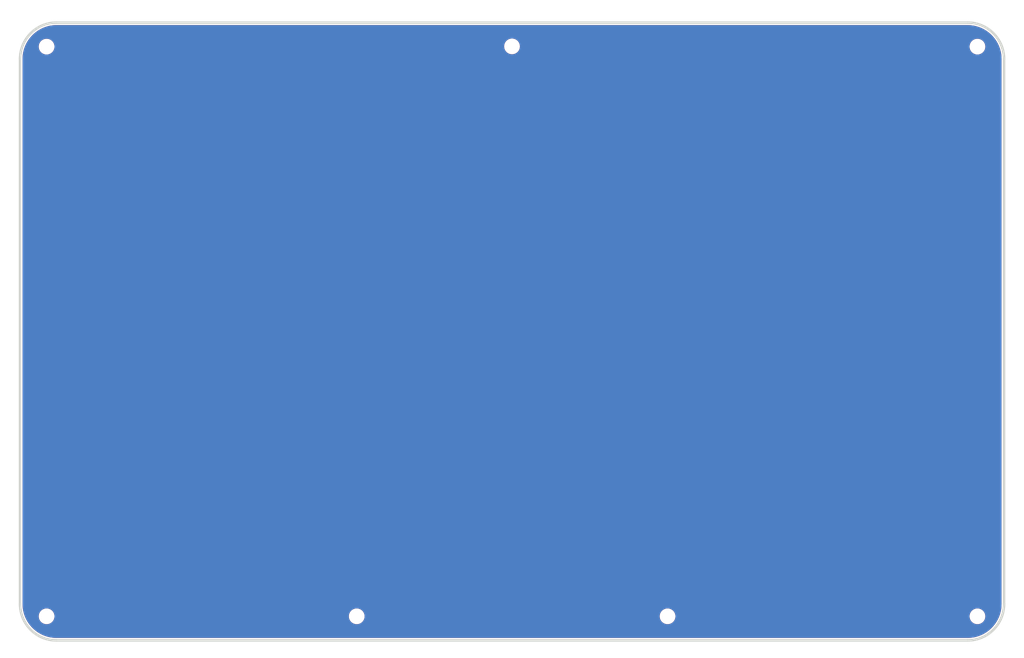
<source format=kicad_pcb>
(kicad_pcb (version 20211014) (generator pcbnew)
  (layers (0 "F.Cu" signal) (31 "B.Cu" signal) (34 "B.Paste" user) (35 "F.Paste" user) (36 "B.SilkS" user "B.Silkscreen") (37 "F.SilkS" user "F.Silkscreen") (38 "B.Mask" user) (39 "F.Mask" user) (44 "Edge.Cuts" user))
  (net 0 "")
  (net 1 "GND")
  (footprint "MountingHole:MountingHole_2.2mm_M2" (layer "F.Cu") (at 32.1 147.5)
    (fp_text reference "REF**" hide)
    (fp_text value "MountingHole_2.2mm_M2")
    (pad "" np_thru_hole circle (at 0 0) (size 2.2 2.2) (drill 2.2) (layers *.Cu *.Mask))
  )
  (footprint "MountingHole:MountingHole_2.2mm_M2" (layer "F.Cu") (at 32.1 31.5)
    (fp_text reference "REF**" hide)
    (fp_text value "MountingHole_2.2mm_M2")
    (pad "" np_thru_hole circle (at 0 0) (size 2.2 2.2) (drill 2.2) (layers *.Cu *.Mask))
  )
  (footprint "MountingHole:MountingHole_2.2mm_M2" (layer "F.Cu") (at 126.8 31.45)
    (fp_text reference "REF**" hide)
    (fp_text value "MountingHole_2.2mm_M2")
    (pad "" np_thru_hole circle (at 0 0) (size 2.2 2.2) (drill 2.2) (layers *.Cu *.Mask))
  )
  (footprint "MountingHole:MountingHole_2.2mm_M2" (layer "F.Cu") (at 95.2 147.5)
    (fp_text reference "REF**" hide)
    (fp_text value "MountingHole_2.2mm_M2")
    (pad "" np_thru_hole circle (at 0 0) (size 2.2 2.2) (drill 2.2) (layers *.Cu *.Mask))
  )
  (footprint "MountingHole:MountingHole_2.2mm_M2" (layer "F.Cu") (at 221.5 31.5)
    (fp_text reference "REF**" hide)
    (fp_text value "MountingHole_2.2mm_M2")
    (pad "" np_thru_hole circle (at 0 0) (size 2.2 2.2) (drill 2.2) (layers *.Cu *.Mask))
  )
  (footprint "MountingHole:MountingHole_2.2mm_M2" (layer "F.Cu") (at 158.45 147.5)
    (fp_text reference "REF**" hide)
    (fp_text value "MountingHole_2.2mm_M2")
    (pad "" np_thru_hole circle (at 0 0) (size 2.2 2.2) (drill 2.2) (layers *.Cu *.Mask))
  )
  (footprint "MountingHole:MountingHole_2.2mm_M2" (layer "F.Cu") (at 221.5 147.5)
    (fp_text reference "REF**" hide)
    (fp_text value "MountingHole_2.2mm_M2")
    (pad "" np_thru_hole circle (at 0 0) (size 2.2 2.2) (drill 2.2) (layers *.Cu *.Mask))
  )
  (gr_line (start 28.624555 149.972586) (end 28.87 150.23) (layer "Edge.Cuts") (width 0.508))
  (gr_line (start 221.706007 26.942092) (end 221.354673 26.842122) (layer "Edge.Cuts") (width 0.508))
  (gr_line (start 226.679897 146.84321) (end 226.762742 146.485063) (layer "Edge.Cuts") (width 0.508))
  (gr_line (start 226.181954 30.807595) (end 226.01817 30.488204) (layer "Edge.Cuts") (width 0.508))
  (gr_line (start 226.913492 144.993714) (end 226.913492 34.016861) (layer "Edge.Cuts") (width 0.508))
  (gr_line (start 30.577629 27.503849) (end 30.267396 27.682415) (layer "Edge.Cuts") (width 0.508))
  (gr_line (start 223.935176 150.928545) (end 224.215123 150.708445) (layer "Edge.Cuts") (width 0.508))
  (gr_line (start 220.261662 26.646839) (end 219.885884 26.618183) (layer "Edge.Cuts") (width 0.508))
  (gr_line (start 225.219904 149.703663) (end 225.440003 149.423715) (layer "Edge.Cuts") (width 0.508))
  (gr_line (start 31.2251 151.819035) (end 31.561399 151.951849) (layer "Edge.Cuts") (width 0.508))
  (gr_line (start 225.646726 29.877365) (end 225.440003 29.586853) (layer "Edge.Cuts") (width 0.508))
  (gr_line (start 226.827992 32.889998) (end 226.762742 32.525505) (layer "Edge.Cuts") (width 0.508))
  (gr_line (start 27.593281 30.488198) (end 27.429497 30.807589) (layer "Edge.Cuts") (width 0.508))
  (gr_line (start 27.148149 31.471968) (end 27.031523 31.816019) (layer "Edge.Cuts") (width 0.508))
  (gr_line (start 26.931553 146.84322) (end 27.031523 147.194554) (layer "Edge.Cuts") (width 0.508))
  (gr_line (start 32.256784 26.842121) (end 31.90545 26.942091) (layer "Edge.Cuts") (width 0.508))
  (gr_line (start 29.127415 150.475445) (end 29.396331 150.708451) (layer "Edge.Cuts") (width 0.508))
  (gr_line (start 28.624555 29.037983) (end 28.391549 29.306899) (layer "Edge.Cuts") (width 0.508))
  (gr_line (start 224.741453 150.229993) (end 224.986898 149.972579) (layer "Edge.Cuts") (width 0.508))
  (gr_line (start 27.031523 31.816019) (end 26.931553 32.167353) (layer "Edge.Cuts") (width 0.508))
  (gr_line (start 226.579928 31.816024) (end 226.463302 31.471973) (layer "Edge.Cuts") (width 0.508))
  (gr_line (start 226.679897 32.167358) (end 226.579928 31.816024) (layer "Edge.Cuts") (width 0.508))
  (gr_line (start 225.219904 29.306905) (end 224.986898 29.037989) (layer "Edge.Cuts") (width 0.508))
  (gr_line (start 220.632032 26.694027) (end 220.261662 26.646839) (layer "Edge.Cuts") (width 0.508))
  (gr_line (start 33.349796 26.646838) (end 32.979425 26.694026) (layer "Edge.Cuts") (width 0.508))
  (gr_line (start 226.762742 32.525505) (end 226.679897 32.167358) (layer "Edge.Cuts") (width 0.508))
  (gr_line (start 221.706007 152.068473) (end 222.050057 151.951847) (layer "Edge.Cuts") (width 0.508))
  (gr_line (start 224.986898 29.037989) (end 224.741453 28.780574) (layer "Edge.Cuts") (width 0.508))
  (gr_line (start 222.386357 27.191534) (end 222.050057 27.058719) (layer "Edge.Cuts") (width 0.508))
  (gr_line (start 34.106292 152.402039) (end 219.505152 152.402039) (layer "Edge.Cuts") (width 0.508))
  (gr_line (start 226.903836 145.374423) (end 226.913492 144.993706) (layer "Edge.Cuts") (width 0.508))
  (gr_line (start 220.261662 152.363726) (end 220.632032 152.316539) (layer "Edge.Cuts") (width 0.508))
  (gr_line (start 224.215123 150.708445) (end 224.484039 150.475438) (layer "Edge.Cuts") (width 0.508))
  (gr_line (start 31.225099 27.191531) (end 30.89702 27.340065) (layer "Edge.Cuts") (width 0.508))
  (gr_line (start 27.771847 30.177965) (end 27.593281 30.488198) (layer "Edge.Cuts") (width 0.508))
  (gr_line (start 222.050057 151.951847) (end 222.386357 151.819032) (layer "Edge.Cuts") (width 0.508))
  (gr_line (start 26.848708 32.525501) (end 26.783458 32.889995) (layer "Edge.Cuts") (width 0.508))
  (gr_line (start 32.614932 26.759277) (end 32.256784 26.842121) (layer "Edge.Cuts") (width 0.508))
  (gr_line (start 26.697958 144.993714) (end 26.707614 145.374431) (layer "Edge.Cuts") (width 0.508))
  (gr_line (start 224.986898 149.972579) (end 225.219904 149.703663) (layer "Edge.Cuts") (width 0.508))
  (gr_line (start 224.741453 28.780574) (end 224.484039 28.535129) (layer "Edge.Cuts") (width 0.508))
  (gr_line (start 26.73627 33.260365) (end 26.707614 33.636144) (layer "Edge.Cuts") (width 0.508))
  (gr_line (start 27.593281 148.522373) (end 27.771847 148.832605) (layer "Edge.Cuts") (width 0.508))
  (gr_line (start 221.354673 152.168443) (end 221.706007 152.068473) (layer "Edge.Cuts") (width 0.508))
  (gr_line (start 29.396331 150.708451) (end 29.676279 150.92855) (layer "Edge.Cuts") (width 0.508))
  (gr_line (start 225.839605 148.832596) (end 226.01817 148.522364) (layer "Edge.Cuts") (width 0.508))
  (gr_line (start 27.429497 148.202983) (end 27.593281 148.522373) (layer "Edge.Cuts") (width 0.508))
  (gr_line (start 32.256784 152.168444) (end 32.614932 152.251289) (layer "Edge.Cuts") (width 0.508))
  (gr_line (start 29.96679 151.135273) (end 30.267397 151.328152) (layer "Edge.Cuts") (width 0.508))
  (gr_line (start 223.033826 151.506714) (end 223.344058 151.328148) (layer "Edge.Cuts") (width 0.508))
  (gr_line (start 226.762742 146.485063) (end 226.827992 146.12057) (layer "Edge.Cuts") (width 0.508))
  (gr_line (start 28.391549 29.306899) (end 28.171449 29.586847) (layer "Edge.Cuts") (width 0.508))
  (gr_line (start 29.96679 27.875294) (end 29.676278 28.082018) (layer "Edge.Cuts") (width 0.508))
  (gr_line (start 226.181954 148.202973) (end 226.330488 147.874894) (layer "Edge.Cuts") (width 0.508))
  (gr_line (start 226.330488 147.874894) (end 226.463302 147.538595) (layer "Edge.Cuts") (width 0.508))
  (gr_line (start 224.484039 28.535129) (end 224.215123 28.302122) (layer "Edge.Cuts") (width 0.508))
  (gr_line (start 222.714436 27.340068) (end 222.386357 27.191534) (layer "Edge.Cuts") (width 0.508))
  (gr_line (start 226.875179 33.260367) (end 226.827992 32.889998) (layer "Edge.Cuts") (width 0.508))
  (gr_line (start 222.386357 151.819032) (end 222.714436 151.670499) (layer "Edge.Cuts") (width 0.508))
  (gr_line (start 29.127415 28.535124) (end 28.87 28.780569) (layer "Edge.Cuts") (width 0.508))
  (gr_line (start 30.57763 151.506718) (end 30.89702 151.670501) (layer "Edge.Cuts") (width 0.508))
  (gr_line (start 26.697958 34.016861) (end 26.697958 144.993714) (layer "Edge.Cuts") (width 0.508))
  (gr_line (start 224.484039 150.475438) (end 224.741453 150.229993) (layer "Edge.Cuts") (width 0.508))
  (gr_line (start 223.344058 27.682418) (end 223.033826 27.503852) (layer "Edge.Cuts") (width 0.508))
  (gr_line (start 29.676278 28.082018) (end 29.39633 28.302117) (layer "Edge.Cuts") (width 0.508))
  (gr_line (start 222.050057 27.058719) (end 221.706007 26.942092) (layer "Edge.Cuts") (width 0.508))
  (gr_line (start 226.903836 33.636145) (end 226.875179 33.260367) (layer "Edge.Cuts") (width 0.508))
  (gr_line (start 28.391549 149.70367) (end 28.624555 149.972586) (layer "Edge.Cuts") (width 0.508))
  (gr_line (start 223.935176 28.082022) (end 223.644664 27.875298) (layer "Edge.Cuts") (width 0.508))
  (gr_line (start 226.463302 31.471973) (end 226.330488 31.135674) (layer "Edge.Cuts") (width 0.508))
  (gr_line (start 28.171449 29.586847) (end 27.964726 29.877359) (layer "Edge.Cuts") (width 0.508))
  (gr_line (start 226.01817 30.488204) (end 225.839605 30.177972) (layer "Edge.Cuts") (width 0.508))
  (gr_line (start 27.429497 30.807589) (end 27.280963 31.135668) (layer "Edge.Cuts") (width 0.508))
  (gr_line (start 226.913492 34.016861) (end 226.903836 33.636145) (layer "Edge.Cuts") (width 0.508))
  (gr_line (start 223.033826 27.503852) (end 222.714436 27.340068) (layer "Edge.Cuts") (width 0.508))
  (gr_line (start 33.725574 26.618182) (end 33.349796 26.646838) (layer "Edge.Cuts") (width 0.508))
  (gr_line (start 225.440003 29.586853) (end 225.219904 29.306905) (layer "Edge.Cuts") (width 0.508))
  (gr_line (start 223.644664 151.135269) (end 223.935176 150.928545) (layer "Edge.Cuts") (width 0.508))
  (gr_line (start 225.646726 149.133203) (end 225.839605 148.832596) (layer "Edge.Cuts") (width 0.508))
  (gr_line (start 27.280963 147.874904) (end 27.429497 148.202983) (layer "Edge.Cuts") (width 0.508))
  (gr_line (start 219.885884 152.392383) (end 220.261662 152.363726) (layer "Edge.Cuts") (width 0.508))
  (gr_line (start 34.106292 26.608526) (end 33.725574 26.618182) (layer "Edge.Cuts") (width 0.508))
  (gr_line (start 219.505152 26.608526) (end 34.106292 26.608526) (layer "Edge.Cuts") (width 0.508))
  (gr_line (start 226.579928 147.194544) (end 226.679897 146.84321) (layer "Edge.Cuts") (width 0.508))
  (gr_line (start 27.964726 29.877359) (end 27.771847 30.177965) (layer "Edge.Cuts") (width 0.508))
  (gr_line (start 220.996525 152.251288) (end 221.354673 152.168443) (layer "Edge.Cuts") (width 0.508))
  (gr_line (start 27.964726 149.133212) (end 28.17145 149.423723) (layer "Edge.Cuts") (width 0.508))
  (gr_line (start 27.031523 147.194554) (end 27.148149 147.538604) (layer "Edge.Cuts") (width 0.508))
  (gr_line (start 219.885884 26.618183) (end 219.505167 26.608526) (layer "Edge.Cuts") (width 0.508))
  (gr_line (start 30.267397 151.328152) (end 30.57763 151.506718) (layer "Edge.Cuts") (width 0.508))
  (gr_line (start 26.73627 145.750209) (end 26.783458 146.120579) (layer "Edge.Cuts") (width 0.508))
  (gr_line (start 220.632032 152.316539) (end 220.996525 152.251288) (layer "Edge.Cuts") (width 0.508))
  (gr_line (start 222.714436 151.670499) (end 223.033826 151.506714) (layer "Edge.Cuts") (width 0.508))
  (gr_line (start 28.87 28.780569) (end 28.624555 29.037983) (layer "Edge.Cuts") (width 0.508))
  (gr_line (start 220.996525 26.759278) (end 220.632032 26.694027) (layer "Edge.Cuts") (width 0.508))
  (gr_line (start 27.148149 147.538604) (end 27.280963 147.874904) (layer "Edge.Cuts") (width 0.508))
  (gr_line (start 226.827992 146.12057) (end 226.875179 145.750201) (layer "Edge.Cuts") (width 0.508))
  (gr_line (start 29.676279 150.92855) (end 29.96679 151.135273) (layer "Edge.Cuts") (width 0.508))
  (gr_line (start 30.267396 27.682415) (end 29.96679 27.875294) (layer "Edge.Cuts") (width 0.508))
  (gr_line (start 225.440003 149.423715) (end 225.646726 149.133203) (layer "Edge.Cuts") (width 0.508))
  (gr_line (start 26.783458 146.120579) (end 26.848709 146.485072) (layer "Edge.Cuts") (width 0.508))
  (gr_line (start 29.39633 28.302117) (end 29.127415 28.535124) (layer "Edge.Cuts") (width 0.508))
  (gr_line (start 26.707614 33.636144) (end 26.697958 34.016861) (layer "Edge.Cuts") (width 0.508))
  (gr_line (start 226.463302 147.538595) (end 226.579928 147.194544) (layer "Edge.Cuts") (width 0.508))
  (gr_line (start 225.839605 30.177972) (end 225.646726 29.877365) (layer "Edge.Cuts") (width 0.508))
  (gr_line (start 33.349796 152.363727) (end 33.725574 152.392383) (layer "Edge.Cuts") (width 0.508))
  (gr_line (start 26.848709 146.485072) (end 26.931553 146.84322) (layer "Edge.Cuts") (width 0.508))
  (gr_line (start 28.87 150.23) (end 29.127415 150.475445) (layer "Edge.Cuts") (width 0.508))
  (gr_line (start 26.783458 32.889995) (end 26.73627 33.260365) (layer "Edge.Cuts") (width 0.508))
  (gr_line (start 30.89702 151.670501) (end 31.2251 151.819035) (layer "Edge.Cuts") (width 0.508))
  (gr_line (start 28.17145 149.423723) (end 28.391549 149.70367) (layer "Edge.Cuts") (width 0.508))
  (gr_line (start 32.979425 26.694026) (end 32.614932 26.759277) (layer "Edge.Cuts") (width 0.508))
  (gr_line (start 221.354673 26.842122) (end 220.996525 26.759278) (layer "Edge.Cuts") (width 0.508))
  (gr_line (start 27.771847 148.832605) (end 27.964726 149.133212) (layer "Edge.Cuts") (width 0.508))
  (gr_line (start 26.707614 145.374431) (end 26.73627 145.750209) (layer "Edge.Cuts") (width 0.508))
  (gr_line (start 226.330488 31.135674) (end 226.181954 30.807595) (layer "Edge.Cuts") (width 0.508))
  (gr_line (start 32.979426 152.316539) (end 33.349796 152.363727) (layer "Edge.Cuts") (width 0.508))
  (gr_line (start 31.90545 152.068475) (end 32.256784 152.168444) (layer "Edge.Cuts") (width 0.508))
  (gr_line (start 33.725574 152.392383) (end 34.106292 152.402039) (layer "Edge.Cuts") (width 0.508))
  (gr_line (start 31.561399 151.951849) (end 31.90545 152.068475) (layer "Edge.Cuts") (width 0.508))
  (gr_line (start 226.01817 148.522364) (end 226.181954 148.202973) (layer "Edge.Cuts") (width 0.508))
  (gr_line (start 32.614932 152.251289) (end 32.979426 152.316539) (layer "Edge.Cuts") (width 0.508))
  (gr_line (start 30.89702 27.340065) (end 30.577629 27.503849) (layer "Edge.Cuts") (width 0.508))
  (gr_line (start 226.875179 145.750201) (end 226.903836 145.374423) (layer "Edge.Cuts") (width 0.508))
  (gr_line (start 224.215123 28.302122) (end 223.935176 28.082022) (layer "Edge.Cuts") (width 0.508))
  (gr_line (start 223.644664 27.875298) (end 223.344058 27.682418) (layer "Edge.Cuts") (width 0.508))
  (gr_line (start 219.505167 152.402039) (end 219.885884 152.392383) (layer "Edge.Cuts") (width 0.508))
  (gr_line (start 31.90545 26.942091) (end 31.561399 27.058717) (layer "Edge.Cuts") (width 0.508))
  (gr_line (start 27.280963 31.135668) (end 27.148149 31.471968) (layer "Edge.Cuts") (width 0.508))
  (gr_line (start 223.344058 151.328148) (end 223.644664 151.135269) (layer "Edge.Cuts") (width 0.508))
  (gr_line (start 26.931553 32.167353) (end 26.848708 32.525501) (layer "Edge.Cuts") (width 0.508))
  (gr_line (start 31.561399 27.058717) (end 31.225099 27.191531) (layer "Edge.Cuts") (width 0.508))
  (zone (net 1) (net_name "GND") (layers F&B.Cu) (name "GND") (connect_pads yes (clearance 0.508)) (min_thickness 0.254) (fill yes (thermal_gap 0.508) (thermal_bridge_width 0.508) (island_removal_mode 1) (island_area_min 0))
    (polygon (pts (xy 229 156) (xy 24 156) (xy 24 23) (xy 229 23)))
  )
)
</source>
